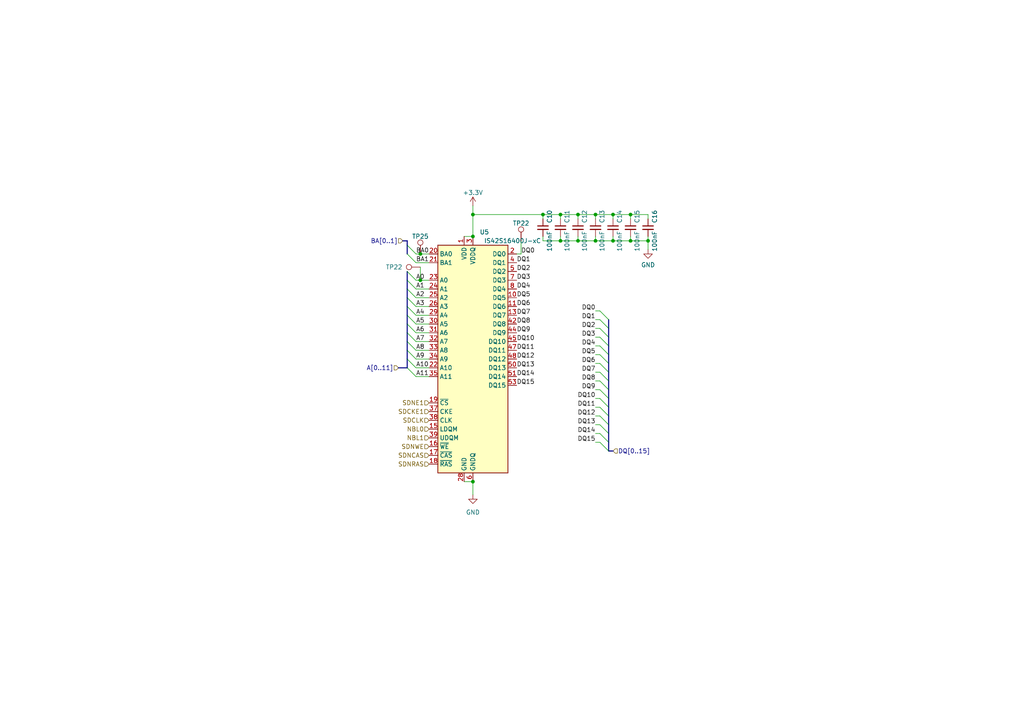
<source format=kicad_sch>
(kicad_sch (version 20230121) (generator eeschema)

  (uuid 99e2b5c8-dad4-451c-af69-49bcbf5f5e42)

  (paper "A4")

  (lib_symbols
    (symbol "Connector:TestPoint" (pin_numbers hide) (pin_names (offset 0.762) hide) (in_bom yes) (on_board yes)
      (property "Reference" "TP" (at 0 6.858 0)
        (effects (font (size 1.27 1.27)))
      )
      (property "Value" "TestPoint" (at 0 5.08 0)
        (effects (font (size 1.27 1.27)))
      )
      (property "Footprint" "" (at 5.08 0 0)
        (effects (font (size 1.27 1.27)) hide)
      )
      (property "Datasheet" "~" (at 5.08 0 0)
        (effects (font (size 1.27 1.27)) hide)
      )
      (property "ki_keywords" "test point tp" (at 0 0 0)
        (effects (font (size 1.27 1.27)) hide)
      )
      (property "ki_description" "test point" (at 0 0 0)
        (effects (font (size 1.27 1.27)) hide)
      )
      (property "ki_fp_filters" "Pin* Test*" (at 0 0 0)
        (effects (font (size 1.27 1.27)) hide)
      )
      (symbol "TestPoint_0_1"
        (circle (center 0 3.302) (radius 0.762)
          (stroke (width 0) (type default))
          (fill (type none))
        )
      )
      (symbol "TestPoint_1_1"
        (pin passive line (at 0 0 90) (length 2.54)
          (name "1" (effects (font (size 1.27 1.27))))
          (number "1" (effects (font (size 1.27 1.27))))
        )
      )
    )
    (symbol "Device:C_Small" (pin_numbers hide) (pin_names (offset 0.254) hide) (in_bom yes) (on_board yes)
      (property "Reference" "C" (at 0.254 1.778 0)
        (effects (font (size 1.27 1.27)) (justify left))
      )
      (property "Value" "C_Small" (at 0.254 -2.032 0)
        (effects (font (size 1.27 1.27)) (justify left))
      )
      (property "Footprint" "" (at 0 0 0)
        (effects (font (size 1.27 1.27)) hide)
      )
      (property "Datasheet" "~" (at 0 0 0)
        (effects (font (size 1.27 1.27)) hide)
      )
      (property "ki_keywords" "capacitor cap" (at 0 0 0)
        (effects (font (size 1.27 1.27)) hide)
      )
      (property "ki_description" "Unpolarized capacitor, small symbol" (at 0 0 0)
        (effects (font (size 1.27 1.27)) hide)
      )
      (property "ki_fp_filters" "C_*" (at 0 0 0)
        (effects (font (size 1.27 1.27)) hide)
      )
      (symbol "C_Small_0_1"
        (polyline
          (pts
            (xy -1.524 -0.508)
            (xy 1.524 -0.508)
          )
          (stroke (width 0.3302) (type default))
          (fill (type none))
        )
        (polyline
          (pts
            (xy -1.524 0.508)
            (xy 1.524 0.508)
          )
          (stroke (width 0.3048) (type default))
          (fill (type none))
        )
      )
      (symbol "C_Small_1_1"
        (pin passive line (at 0 2.54 270) (length 2.032)
          (name "~" (effects (font (size 1.27 1.27))))
          (number "1" (effects (font (size 1.27 1.27))))
        )
        (pin passive line (at 0 -2.54 90) (length 2.032)
          (name "~" (effects (font (size 1.27 1.27))))
          (number "2" (effects (font (size 1.27 1.27))))
        )
      )
    )
    (symbol "Memory_RAM:IS42S16400J-xC" (in_bom yes) (on_board yes)
      (property "Reference" "U" (at -8.89 34.29 0)
        (effects (font (size 1.27 1.27)))
      )
      (property "Value" "IS42S16400J-xC" (at 8.89 34.29 0)
        (effects (font (size 1.27 1.27)))
      )
      (property "Footprint" "Package_SO:TSOP-II-54_22.2x10.16mm_P0.8mm" (at 0 -35.56 0)
        (effects (font (size 1.27 1.27)) hide)
      )
      (property "Datasheet" "http://www.issi.com/WW/pdf/42-45S16400J.pdf" (at -15.24 31.75 0)
        (effects (font (size 1.27 1.27)) hide)
      )
      (property "ki_keywords" "DRAM MEMORY" (at 0 0 0)
        (effects (font (size 1.27 1.27)) hide)
      )
      (property "ki_description" "64Mb Synchronous DRAM, 1 Mb x 16 b x 4 Banks, Cu leadframe plated with matte Sn, TSOP-II-54" (at 0 0 0)
        (effects (font (size 1.27 1.27)) hide)
      )
      (property "ki_fp_filters" "TSOP?II*22.2x10.16mm*P0.8mm*" (at 0 0 0)
        (effects (font (size 1.27 1.27)) hide)
      )
      (symbol "IS42S16400J-xC_1_1"
        (rectangle (start -10.16 33.02) (end 10.16 -33.02)
          (stroke (width 0.254) (type default))
          (fill (type background))
        )
        (pin power_in line (at -2.54 35.56 270) (length 2.54)
          (name "VDD" (effects (font (size 1.27 1.27))))
          (number "1" (effects (font (size 1.27 1.27))))
        )
        (pin bidirectional line (at 12.7 17.78 180) (length 2.54)
          (name "DQ5" (effects (font (size 1.27 1.27))))
          (number "10" (effects (font (size 1.27 1.27))))
        )
        (pin bidirectional line (at 12.7 15.24 180) (length 2.54)
          (name "DQ6" (effects (font (size 1.27 1.27))))
          (number "11" (effects (font (size 1.27 1.27))))
        )
        (pin passive line (at 0 -35.56 90) (length 2.54) hide
          (name "GNDQ" (effects (font (size 1.27 1.27))))
          (number "12" (effects (font (size 1.27 1.27))))
        )
        (pin bidirectional line (at 12.7 12.7 180) (length 2.54)
          (name "DQ7" (effects (font (size 1.27 1.27))))
          (number "13" (effects (font (size 1.27 1.27))))
        )
        (pin passive line (at -2.54 35.56 270) (length 2.54) hide
          (name "VDD" (effects (font (size 1.27 1.27))))
          (number "14" (effects (font (size 1.27 1.27))))
        )
        (pin input line (at -12.7 -20.32 0) (length 2.54)
          (name "LDQM" (effects (font (size 1.27 1.27))))
          (number "15" (effects (font (size 1.27 1.27))))
        )
        (pin input line (at -12.7 -25.4 0) (length 2.54)
          (name "~{WE}" (effects (font (size 1.27 1.27))))
          (number "16" (effects (font (size 1.27 1.27))))
        )
        (pin input line (at -12.7 -27.94 0) (length 2.54)
          (name "~{CAS}" (effects (font (size 1.27 1.27))))
          (number "17" (effects (font (size 1.27 1.27))))
        )
        (pin input line (at -12.7 -30.48 0) (length 2.54)
          (name "~{RAS}" (effects (font (size 1.27 1.27))))
          (number "18" (effects (font (size 1.27 1.27))))
        )
        (pin input line (at -12.7 -12.7 0) (length 2.54)
          (name "~{CS}" (effects (font (size 1.27 1.27))))
          (number "19" (effects (font (size 1.27 1.27))))
        )
        (pin bidirectional line (at 12.7 30.48 180) (length 2.54)
          (name "DQ0" (effects (font (size 1.27 1.27))))
          (number "2" (effects (font (size 1.27 1.27))))
        )
        (pin input line (at -12.7 30.48 0) (length 2.54)
          (name "BA0" (effects (font (size 1.27 1.27))))
          (number "20" (effects (font (size 1.27 1.27))))
        )
        (pin input line (at -12.7 27.94 0) (length 2.54)
          (name "BA1" (effects (font (size 1.27 1.27))))
          (number "21" (effects (font (size 1.27 1.27))))
        )
        (pin input line (at -12.7 -2.54 0) (length 2.54)
          (name "A10" (effects (font (size 1.27 1.27))))
          (number "22" (effects (font (size 1.27 1.27))))
        )
        (pin input line (at -12.7 22.86 0) (length 2.54)
          (name "A0" (effects (font (size 1.27 1.27))))
          (number "23" (effects (font (size 1.27 1.27))))
        )
        (pin input line (at -12.7 20.32 0) (length 2.54)
          (name "A1" (effects (font (size 1.27 1.27))))
          (number "24" (effects (font (size 1.27 1.27))))
        )
        (pin input line (at -12.7 17.78 0) (length 2.54)
          (name "A2" (effects (font (size 1.27 1.27))))
          (number "25" (effects (font (size 1.27 1.27))))
        )
        (pin input line (at -12.7 15.24 0) (length 2.54)
          (name "A3" (effects (font (size 1.27 1.27))))
          (number "26" (effects (font (size 1.27 1.27))))
        )
        (pin passive line (at -2.54 35.56 270) (length 2.54) hide
          (name "VDD" (effects (font (size 1.27 1.27))))
          (number "27" (effects (font (size 1.27 1.27))))
        )
        (pin power_in line (at -2.54 -35.56 90) (length 2.54)
          (name "GND" (effects (font (size 1.27 1.27))))
          (number "28" (effects (font (size 1.27 1.27))))
        )
        (pin input line (at -12.7 12.7 0) (length 2.54)
          (name "A4" (effects (font (size 1.27 1.27))))
          (number "29" (effects (font (size 1.27 1.27))))
        )
        (pin power_in line (at 0 35.56 270) (length 2.54)
          (name "VDDQ" (effects (font (size 1.27 1.27))))
          (number "3" (effects (font (size 1.27 1.27))))
        )
        (pin input line (at -12.7 10.16 0) (length 2.54)
          (name "A5" (effects (font (size 1.27 1.27))))
          (number "30" (effects (font (size 1.27 1.27))))
        )
        (pin input line (at -12.7 7.62 0) (length 2.54)
          (name "A6" (effects (font (size 1.27 1.27))))
          (number "31" (effects (font (size 1.27 1.27))))
        )
        (pin input line (at -12.7 5.08 0) (length 2.54)
          (name "A7" (effects (font (size 1.27 1.27))))
          (number "32" (effects (font (size 1.27 1.27))))
        )
        (pin input line (at -12.7 2.54 0) (length 2.54)
          (name "A8" (effects (font (size 1.27 1.27))))
          (number "33" (effects (font (size 1.27 1.27))))
        )
        (pin input line (at -12.7 0 0) (length 2.54)
          (name "A9" (effects (font (size 1.27 1.27))))
          (number "34" (effects (font (size 1.27 1.27))))
        )
        (pin input line (at -12.7 -5.08 0) (length 2.54)
          (name "A11" (effects (font (size 1.27 1.27))))
          (number "35" (effects (font (size 1.27 1.27))))
        )
        (pin no_connect line (at 10.16 -17.78 180) (length 2.54) hide
          (name "NC" (effects (font (size 1.27 1.27))))
          (number "36" (effects (font (size 1.27 1.27))))
        )
        (pin input line (at -12.7 -15.24 0) (length 2.54)
          (name "CKE" (effects (font (size 1.27 1.27))))
          (number "37" (effects (font (size 1.27 1.27))))
        )
        (pin input line (at -12.7 -17.78 0) (length 2.54)
          (name "CLK" (effects (font (size 1.27 1.27))))
          (number "38" (effects (font (size 1.27 1.27))))
        )
        (pin input line (at -12.7 -22.86 0) (length 2.54)
          (name "UDQM" (effects (font (size 1.27 1.27))))
          (number "39" (effects (font (size 1.27 1.27))))
        )
        (pin bidirectional line (at 12.7 27.94 180) (length 2.54)
          (name "DQ1" (effects (font (size 1.27 1.27))))
          (number "4" (effects (font (size 1.27 1.27))))
        )
        (pin no_connect line (at 10.16 -20.32 180) (length 2.54) hide
          (name "NC" (effects (font (size 1.27 1.27))))
          (number "40" (effects (font (size 1.27 1.27))))
        )
        (pin passive line (at -2.54 -35.56 90) (length 2.54) hide
          (name "GND" (effects (font (size 1.27 1.27))))
          (number "41" (effects (font (size 1.27 1.27))))
        )
        (pin bidirectional line (at 12.7 10.16 180) (length 2.54)
          (name "DQ8" (effects (font (size 1.27 1.27))))
          (number "42" (effects (font (size 1.27 1.27))))
        )
        (pin passive line (at 0 35.56 270) (length 2.54) hide
          (name "VDDQ" (effects (font (size 1.27 1.27))))
          (number "43" (effects (font (size 1.27 1.27))))
        )
        (pin bidirectional line (at 12.7 7.62 180) (length 2.54)
          (name "DQ9" (effects (font (size 1.27 1.27))))
          (number "44" (effects (font (size 1.27 1.27))))
        )
        (pin bidirectional line (at 12.7 5.08 180) (length 2.54)
          (name "DQ10" (effects (font (size 1.27 1.27))))
          (number "45" (effects (font (size 1.27 1.27))))
        )
        (pin passive line (at 0 -35.56 90) (length 2.54) hide
          (name "GNDQ" (effects (font (size 1.27 1.27))))
          (number "46" (effects (font (size 1.27 1.27))))
        )
        (pin bidirectional line (at 12.7 2.54 180) (length 2.54)
          (name "DQ11" (effects (font (size 1.27 1.27))))
          (number "47" (effects (font (size 1.27 1.27))))
        )
        (pin bidirectional line (at 12.7 0 180) (length 2.54)
          (name "DQ12" (effects (font (size 1.27 1.27))))
          (number "48" (effects (font (size 1.27 1.27))))
        )
        (pin passive line (at 0 35.56 270) (length 2.54) hide
          (name "VDDQ" (effects (font (size 1.27 1.27))))
          (number "49" (effects (font (size 1.27 1.27))))
        )
        (pin bidirectional line (at 12.7 25.4 180) (length 2.54)
          (name "DQ2" (effects (font (size 1.27 1.27))))
          (number "5" (effects (font (size 1.27 1.27))))
        )
        (pin bidirectional line (at 12.7 -2.54 180) (length 2.54)
          (name "DQ13" (effects (font (size 1.27 1.27))))
          (number "50" (effects (font (size 1.27 1.27))))
        )
        (pin bidirectional line (at 12.7 -5.08 180) (length 2.54)
          (name "DQ14" (effects (font (size 1.27 1.27))))
          (number "51" (effects (font (size 1.27 1.27))))
        )
        (pin passive line (at 0 -35.56 90) (length 2.54) hide
          (name "GNDQ" (effects (font (size 1.27 1.27))))
          (number "52" (effects (font (size 1.27 1.27))))
        )
        (pin bidirectional line (at 12.7 -7.62 180) (length 2.54)
          (name "DQ15" (effects (font (size 1.27 1.27))))
          (number "53" (effects (font (size 1.27 1.27))))
        )
        (pin passive line (at -2.54 -35.56 90) (length 2.54) hide
          (name "GND" (effects (font (size 1.27 1.27))))
          (number "54" (effects (font (size 1.27 1.27))))
        )
        (pin power_in line (at 0 -35.56 90) (length 2.54)
          (name "GNDQ" (effects (font (size 1.27 1.27))))
          (number "6" (effects (font (size 1.27 1.27))))
        )
        (pin bidirectional line (at 12.7 22.86 180) (length 2.54)
          (name "DQ3" (effects (font (size 1.27 1.27))))
          (number "7" (effects (font (size 1.27 1.27))))
        )
        (pin bidirectional line (at 12.7 20.32 180) (length 2.54)
          (name "DQ4" (effects (font (size 1.27 1.27))))
          (number "8" (effects (font (size 1.27 1.27))))
        )
        (pin passive line (at 0 35.56 270) (length 2.54) hide
          (name "VDDQ" (effects (font (size 1.27 1.27))))
          (number "9" (effects (font (size 1.27 1.27))))
        )
      )
    )
    (symbol "power:+3.3V" (power) (pin_names (offset 0)) (in_bom yes) (on_board yes)
      (property "Reference" "#PWR" (at 0 -3.81 0)
        (effects (font (size 1.27 1.27)) hide)
      )
      (property "Value" "+3.3V" (at 0 3.556 0)
        (effects (font (size 1.27 1.27)))
      )
      (property "Footprint" "" (at 0 0 0)
        (effects (font (size 1.27 1.27)) hide)
      )
      (property "Datasheet" "" (at 0 0 0)
        (effects (font (size 1.27 1.27)) hide)
      )
      (property "ki_keywords" "global power" (at 0 0 0)
        (effects (font (size 1.27 1.27)) hide)
      )
      (property "ki_description" "Power symbol creates a global label with name \"+3.3V\"" (at 0 0 0)
        (effects (font (size 1.27 1.27)) hide)
      )
      (symbol "+3.3V_0_1"
        (polyline
          (pts
            (xy -0.762 1.27)
            (xy 0 2.54)
          )
          (stroke (width 0) (type default))
          (fill (type none))
        )
        (polyline
          (pts
            (xy 0 0)
            (xy 0 2.54)
          )
          (stroke (width 0) (type default))
          (fill (type none))
        )
        (polyline
          (pts
            (xy 0 2.54)
            (xy 0.762 1.27)
          )
          (stroke (width 0) (type default))
          (fill (type none))
        )
      )
      (symbol "+3.3V_1_1"
        (pin power_in line (at 0 0 90) (length 0) hide
          (name "+3.3V" (effects (font (size 1.27 1.27))))
          (number "1" (effects (font (size 1.27 1.27))))
        )
      )
    )
    (symbol "power:GND" (power) (pin_names (offset 0)) (in_bom yes) (on_board yes)
      (property "Reference" "#PWR" (at 0 -6.35 0)
        (effects (font (size 1.27 1.27)) hide)
      )
      (property "Value" "GND" (at 0 -3.81 0)
        (effects (font (size 1.27 1.27)))
      )
      (property "Footprint" "" (at 0 0 0)
        (effects (font (size 1.27 1.27)) hide)
      )
      (property "Datasheet" "" (at 0 0 0)
        (effects (font (size 1.27 1.27)) hide)
      )
      (property "ki_keywords" "global power" (at 0 0 0)
        (effects (font (size 1.27 1.27)) hide)
      )
      (property "ki_description" "Power symbol creates a global label with name \"GND\" , ground" (at 0 0 0)
        (effects (font (size 1.27 1.27)) hide)
      )
      (symbol "GND_0_1"
        (polyline
          (pts
            (xy 0 0)
            (xy 0 -1.27)
            (xy 1.27 -1.27)
            (xy 0 -2.54)
            (xy -1.27 -1.27)
            (xy 0 -1.27)
          )
          (stroke (width 0) (type default))
          (fill (type none))
        )
      )
      (symbol "GND_1_1"
        (pin power_in line (at 0 0 270) (length 0) hide
          (name "GND" (effects (font (size 1.27 1.27))))
          (number "1" (effects (font (size 1.27 1.27))))
        )
      )
    )
  )

  (junction (at 182.88 62.23) (diameter 0) (color 0 0 0 0)
    (uuid 09f3c3c4-19a9-4bcb-817a-6738f8e3db1c)
  )
  (junction (at 167.64 62.23) (diameter 0) (color 0 0 0 0)
    (uuid 164ca8e1-1335-43b4-a59f-4fc694fcfdca)
  )
  (junction (at 121.92 81.28) (diameter 0) (color 0 0 0 0)
    (uuid 190ccc81-3d44-41c6-a49e-c63cfb5924f0)
  )
  (junction (at 182.88 69.85) (diameter 0) (color 0 0 0 0)
    (uuid 1cc3caa1-b63b-4805-a19d-e4c5299fc6f6)
  )
  (junction (at 167.64 69.85) (diameter 0) (color 0 0 0 0)
    (uuid 20a1cc56-7a68-497b-8d1a-c60be3b5bee9)
  )
  (junction (at 137.16 68.58) (diameter 0) (color 0 0 0 0)
    (uuid 239236aa-e2ab-465a-bf62-6fc5bddd9547)
  )
  (junction (at 187.96 69.85) (diameter 0) (color 0 0 0 0)
    (uuid 2f79ce96-21dc-4232-b6a5-65dc7d596e91)
  )
  (junction (at 137.16 62.23) (diameter 0) (color 0 0 0 0)
    (uuid 36e8ca99-893e-439e-840b-7c9222a06fd1)
  )
  (junction (at 162.56 69.85) (diameter 0) (color 0 0 0 0)
    (uuid 649cc69a-97aa-4deb-91ba-aa93990636df)
  )
  (junction (at 177.8 62.23) (diameter 0) (color 0 0 0 0)
    (uuid 82ae5591-e209-4d57-89d4-e8256c3caa3c)
  )
  (junction (at 157.48 62.23) (diameter 0) (color 0 0 0 0)
    (uuid 82ca08fa-8c9e-4c20-a85b-fbc08a64f9c8)
  )
  (junction (at 172.72 62.23) (diameter 0) (color 0 0 0 0)
    (uuid 91412be0-e05b-47c1-ac4e-5814041cad29)
  )
  (junction (at 177.8 69.85) (diameter 0) (color 0 0 0 0)
    (uuid a0ca0fe5-3080-46b2-9d11-26db877e601e)
  )
  (junction (at 162.56 62.23) (diameter 0) (color 0 0 0 0)
    (uuid bf4bcb31-7d7a-4b83-bccb-d96f58fa591f)
  )
  (junction (at 121.92 73.66) (diameter 0) (color 0 0 0 0)
    (uuid ce0307a7-3fc9-467f-b4c0-f9e822fd7c6a)
  )
  (junction (at 137.16 139.7) (diameter 0) (color 0 0 0 0)
    (uuid f3c924d9-c6be-4637-988f-e9d1d3f0cc29)
  )
  (junction (at 172.72 69.85) (diameter 0) (color 0 0 0 0)
    (uuid f6ce40bf-1c10-4623-b7d6-aaf64e20993d)
  )

  (bus_entry (at 118.11 96.52) (size 2.54 2.54)
    (stroke (width 0) (type default))
    (uuid 173e129c-e30d-4f30-ae8d-4cbc0a1157fd)
  )
  (bus_entry (at 118.11 86.36) (size 2.54 2.54)
    (stroke (width 0) (type default))
    (uuid 2ead5ecd-0446-4037-851e-80a30f0ff783)
  )
  (bus_entry (at 173.99 123.19) (size 2.54 2.54)
    (stroke (width 0) (type default))
    (uuid 316bbf06-0c86-43ba-b88f-6b6502be0885)
  )
  (bus_entry (at 173.99 107.95) (size 2.54 2.54)
    (stroke (width 0) (type default))
    (uuid 3ba97a71-a28e-4005-b967-aa5134efcfa1)
  )
  (bus_entry (at 118.11 93.98) (size 2.54 2.54)
    (stroke (width 0) (type default))
    (uuid 3d06615c-fd0c-495e-9331-bdaddbf41f41)
  )
  (bus_entry (at 118.11 73.66) (size 2.54 2.54)
    (stroke (width 0) (type default))
    (uuid 45cface1-2432-4096-be5a-f3163e1e6bdf)
  )
  (bus_entry (at 173.99 118.11) (size 2.54 2.54)
    (stroke (width 0) (type default))
    (uuid 46c5105c-fa90-4f70-a171-d600a2c3ee72)
  )
  (bus_entry (at 173.99 110.49) (size 2.54 2.54)
    (stroke (width 0) (type default))
    (uuid 4e5e136a-2923-46b5-927c-c1d504e7fa2d)
  )
  (bus_entry (at 173.99 120.65) (size 2.54 2.54)
    (stroke (width 0) (type default))
    (uuid 4ff14cd8-c0a1-49d8-b5f9-4ddfe250c495)
  )
  (bus_entry (at 118.11 71.12) (size 2.54 2.54)
    (stroke (width 0) (type default))
    (uuid 6a4b4bce-e5e4-4594-ada1-a2b3f29b9032)
  )
  (bus_entry (at 173.99 97.79) (size 2.54 2.54)
    (stroke (width 0) (type default))
    (uuid 6bcc8567-058e-4df8-8cd0-04b1560656ef)
  )
  (bus_entry (at 118.11 88.9) (size 2.54 2.54)
    (stroke (width 0) (type default))
    (uuid 6bfcfecc-67c6-438b-94a2-d398c816268c)
  )
  (bus_entry (at 173.99 90.17) (size 2.54 2.54)
    (stroke (width 0) (type default))
    (uuid 6f73ed07-ff9a-45a2-8ff6-6a51f64e61a4)
  )
  (bus_entry (at 118.11 99.06) (size 2.54 2.54)
    (stroke (width 0) (type default))
    (uuid 770dab03-2f2f-46e6-9c5e-bf4815b6c44d)
  )
  (bus_entry (at 118.11 78.74) (size 2.54 2.54)
    (stroke (width 0) (type default))
    (uuid 7eb06ef3-adcc-4815-b53c-47aff6064d03)
  )
  (bus_entry (at 173.99 128.27) (size 2.54 2.54)
    (stroke (width 0) (type default))
    (uuid 83c7dbe0-643b-40a8-8801-06dc04dd5e05)
  )
  (bus_entry (at 173.99 95.25) (size 2.54 2.54)
    (stroke (width 0) (type default))
    (uuid 871e3e88-cea2-4770-87f0-a3356eb78b9c)
  )
  (bus_entry (at 173.99 125.73) (size 2.54 2.54)
    (stroke (width 0) (type default))
    (uuid 90dd305a-b5c0-4ee7-a73e-cec46e75719f)
  )
  (bus_entry (at 118.11 101.6) (size 2.54 2.54)
    (stroke (width 0) (type default))
    (uuid 93a9071b-9533-4fb4-9ff2-35699cdaeb1c)
  )
  (bus_entry (at 173.99 100.33) (size 2.54 2.54)
    (stroke (width 0) (type default))
    (uuid a48b0e92-eedc-4b64-8581-516e04485480)
  )
  (bus_entry (at 118.11 104.14) (size 2.54 2.54)
    (stroke (width 0) (type default))
    (uuid aa41df65-3f04-44fd-bdf2-5bdc29fa0291)
  )
  (bus_entry (at 118.11 91.44) (size 2.54 2.54)
    (stroke (width 0) (type default))
    (uuid aa641457-6af4-4de7-a440-de1fa7d7f498)
  )
  (bus_entry (at 173.99 92.71) (size 2.54 2.54)
    (stroke (width 0) (type default))
    (uuid b293f809-f894-44d1-b76f-c7a3a2e92c7f)
  )
  (bus_entry (at 173.99 105.41) (size 2.54 2.54)
    (stroke (width 0) (type default))
    (uuid bdfd212d-1494-4f88-b2be-882fafe624e3)
  )
  (bus_entry (at 118.11 106.68) (size 2.54 2.54)
    (stroke (width 0) (type default))
    (uuid c70a7957-fda5-4333-9936-676b7e3a2aab)
  )
  (bus_entry (at 173.99 113.03) (size 2.54 2.54)
    (stroke (width 0) (type default))
    (uuid d3784297-f5da-4d36-8aa2-ea1543a93ce4)
  )
  (bus_entry (at 118.11 83.82) (size 2.54 2.54)
    (stroke (width 0) (type default))
    (uuid d65a7f59-29ec-4425-aa26-446e1251f18b)
  )
  (bus_entry (at 173.99 102.87) (size 2.54 2.54)
    (stroke (width 0) (type default))
    (uuid ec3b935e-dd33-4a14-9c3d-83d629100994)
  )
  (bus_entry (at 173.99 115.57) (size 2.54 2.54)
    (stroke (width 0) (type default))
    (uuid f3325224-9f86-4d9d-84a1-858bed89b8d9)
  )
  (bus_entry (at 118.11 81.28) (size 2.54 2.54)
    (stroke (width 0) (type default))
    (uuid f7a2bf43-5db4-4cc7-aeb5-6a6b0c74b466)
  )

  (bus (pts (xy 176.53 115.57) (xy 176.53 118.11))
    (stroke (width 0) (type default))
    (uuid 02073d1c-4927-4e94-b2d3-46b97e12f2ce)
  )
  (bus (pts (xy 118.11 106.68) (xy 118.11 104.14))
    (stroke (width 0) (type default))
    (uuid 03ab9fa5-8788-4c7b-b21f-de5a06dfcf8e)
  )

  (wire (pts (xy 121.92 73.66) (xy 124.46 73.66))
    (stroke (width 0) (type default))
    (uuid 0bf007ff-0a43-49ef-84cf-333231b8043b)
  )
  (wire (pts (xy 172.72 115.57) (xy 173.99 115.57))
    (stroke (width 0) (type default))
    (uuid 10a63425-d7d4-40db-8598-881d42a2739e)
  )
  (wire (pts (xy 121.92 81.28) (xy 124.46 81.28))
    (stroke (width 0) (type default))
    (uuid 151ec8e6-9813-4e11-808d-224a827fb880)
  )
  (wire (pts (xy 120.65 96.52) (xy 124.46 96.52))
    (stroke (width 0) (type default))
    (uuid 16508292-346d-4d85-ab10-a2809796d783)
  )
  (bus (pts (xy 176.53 123.19) (xy 176.53 125.73))
    (stroke (width 0) (type default))
    (uuid 1894d5c4-6863-4176-9c60-832bbbc1b813)
  )
  (bus (pts (xy 176.53 100.33) (xy 176.53 102.87))
    (stroke (width 0) (type default))
    (uuid 193713b6-2c68-44ce-ab94-4bfc0074492e)
  )

  (wire (pts (xy 172.72 95.25) (xy 173.99 95.25))
    (stroke (width 0) (type default))
    (uuid 1a7d287c-b82d-4de4-b71a-c45306a8f4f3)
  )
  (wire (pts (xy 187.96 69.85) (xy 187.96 72.39))
    (stroke (width 0) (type default))
    (uuid 1c6c7112-fbb1-40cd-b671-8009c7db2dde)
  )
  (wire (pts (xy 167.64 69.85) (xy 172.72 69.85))
    (stroke (width 0) (type default))
    (uuid 1fcd4a13-cf84-4a8e-ab9a-62615016831a)
  )
  (bus (pts (xy 118.11 96.52) (xy 118.11 93.98))
    (stroke (width 0) (type default))
    (uuid 223a34cd-0f27-4816-9691-992a1a0b3c9a)
  )

  (wire (pts (xy 182.88 69.85) (xy 187.96 69.85))
    (stroke (width 0) (type default))
    (uuid 22ffecde-fa36-44f0-8bd3-b08385877b3e)
  )
  (wire (pts (xy 172.72 110.49) (xy 173.99 110.49))
    (stroke (width 0) (type default))
    (uuid 2444f041-166f-4868-bb4d-5c246462ecc4)
  )
  (wire (pts (xy 162.56 62.23) (xy 167.64 62.23))
    (stroke (width 0) (type default))
    (uuid 27e447d3-526e-41c8-8431-bc15b9de0344)
  )
  (wire (pts (xy 134.62 139.7) (xy 137.16 139.7))
    (stroke (width 0) (type default))
    (uuid 299dd36e-7e28-4aa3-952c-b5dbfdc151cc)
  )
  (wire (pts (xy 162.56 68.58) (xy 162.56 69.85))
    (stroke (width 0) (type default))
    (uuid 2b6fc62d-9cf7-4f0b-8074-40dfdd2e640b)
  )
  (bus (pts (xy 176.53 125.73) (xy 176.53 128.27))
    (stroke (width 0) (type default))
    (uuid 2d783da2-6680-4880-a356-35c3faf56dfb)
  )

  (wire (pts (xy 120.65 99.06) (xy 124.46 99.06))
    (stroke (width 0) (type default))
    (uuid 2d999318-223e-4576-8776-ae7faaae33b6)
  )
  (wire (pts (xy 121.92 77.47) (xy 121.92 81.28))
    (stroke (width 0) (type default))
    (uuid 3097f929-98ce-4135-9d47-6a843000bb4f)
  )
  (wire (pts (xy 120.65 104.14) (xy 124.46 104.14))
    (stroke (width 0) (type default))
    (uuid 30e6e783-2973-47bd-8919-008de9745a43)
  )
  (bus (pts (xy 118.11 78.74) (xy 118.11 81.28))
    (stroke (width 0) (type default))
    (uuid 31ffc281-5f58-4ca0-99ac-f03ba447a407)
  )

  (wire (pts (xy 167.64 62.23) (xy 167.64 63.5))
    (stroke (width 0) (type default))
    (uuid 3327bc5d-b3c6-480f-8bf5-8ec86f5c118f)
  )
  (wire (pts (xy 137.16 139.7) (xy 137.16 143.51))
    (stroke (width 0) (type default))
    (uuid 335e9e7a-7c4d-47cc-a4ba-3e6e4dcfb8ad)
  )
  (wire (pts (xy 172.72 62.23) (xy 172.72 63.5))
    (stroke (width 0) (type default))
    (uuid 382a1d6b-02ac-42f1-9d26-1180c70f769e)
  )
  (wire (pts (xy 172.72 118.11) (xy 173.99 118.11))
    (stroke (width 0) (type default))
    (uuid 388d6335-9712-4a82-b7a3-e94fe2cf9cc8)
  )
  (wire (pts (xy 187.96 63.5) (xy 187.96 62.23))
    (stroke (width 0) (type default))
    (uuid 3964d930-d75c-4b18-aa97-fa9642f18a8e)
  )
  (bus (pts (xy 176.53 130.81) (xy 177.8 130.81))
    (stroke (width 0) (type default))
    (uuid 397996e3-168a-4777-9773-ea50ad8f3432)
  )
  (bus (pts (xy 176.53 107.95) (xy 176.53 110.49))
    (stroke (width 0) (type default))
    (uuid 3a81ade7-3c62-4f1c-8f93-432a36a29b3c)
  )

  (wire (pts (xy 167.64 62.23) (xy 172.72 62.23))
    (stroke (width 0) (type default))
    (uuid 3c1e5a84-90cb-4f89-9735-f91a9180f97b)
  )
  (wire (pts (xy 120.65 73.66) (xy 121.92 73.66))
    (stroke (width 0) (type default))
    (uuid 3db14ed9-e6b3-4ae0-8d42-dc2dcea22a2c)
  )
  (wire (pts (xy 137.16 62.23) (xy 157.48 62.23))
    (stroke (width 0) (type default))
    (uuid 3e700c66-95d7-4a8c-92b2-fdc42464285d)
  )
  (bus (pts (xy 118.11 99.06) (xy 118.11 96.52))
    (stroke (width 0) (type default))
    (uuid 4232aa49-8efe-40ef-82a1-5f4cbef20d41)
  )

  (wire (pts (xy 120.65 83.82) (xy 124.46 83.82))
    (stroke (width 0) (type default))
    (uuid 43dc4a7a-33d6-4d38-8983-5f9da9302a11)
  )
  (wire (pts (xy 187.96 62.23) (xy 182.88 62.23))
    (stroke (width 0) (type default))
    (uuid 4ccfaa2b-87b3-4a15-8b7b-2d35cdf043a4)
  )
  (wire (pts (xy 172.72 69.85) (xy 177.8 69.85))
    (stroke (width 0) (type default))
    (uuid 4d2cba65-8678-480d-96c0-03d3e40c749d)
  )
  (wire (pts (xy 182.88 69.85) (xy 182.88 68.58))
    (stroke (width 0) (type default))
    (uuid 527f1741-2e32-4da8-8ee5-8b1fde598e78)
  )
  (bus (pts (xy 176.53 92.71) (xy 176.53 95.25))
    (stroke (width 0) (type default))
    (uuid 52994a1e-146e-4b01-b8f8-b94440346c93)
  )

  (wire (pts (xy 172.72 113.03) (xy 173.99 113.03))
    (stroke (width 0) (type default))
    (uuid 54ccfdcd-f6d1-4fc0-a9eb-797e153e78e9)
  )
  (wire (pts (xy 120.65 109.22) (xy 124.46 109.22))
    (stroke (width 0) (type default))
    (uuid 59e1e483-ef1e-4d42-b4fd-2839f7e07c6a)
  )
  (wire (pts (xy 172.72 123.19) (xy 173.99 123.19))
    (stroke (width 0) (type default))
    (uuid 59efef64-f5be-4f75-9fa4-ac531633efbe)
  )
  (bus (pts (xy 176.53 113.03) (xy 176.53 115.57))
    (stroke (width 0) (type default))
    (uuid 5a52b20f-e53c-4050-959c-b364a63e97e0)
  )

  (wire (pts (xy 177.8 68.58) (xy 177.8 69.85))
    (stroke (width 0) (type default))
    (uuid 60102ac7-bb40-443b-8607-2d7487479d83)
  )
  (wire (pts (xy 134.62 68.58) (xy 137.16 68.58))
    (stroke (width 0) (type default))
    (uuid 610413a8-b94c-4643-bd55-32002d44bdb7)
  )
  (bus (pts (xy 118.11 86.36) (xy 118.11 83.82))
    (stroke (width 0) (type default))
    (uuid 6364f12d-c9b0-4326-87d3-8fa1bcf1dfba)
  )

  (wire (pts (xy 187.96 68.58) (xy 187.96 69.85))
    (stroke (width 0) (type default))
    (uuid 63abb4cd-fdde-4aed-ac5a-8822e824a49e)
  )
  (bus (pts (xy 118.11 71.12) (xy 118.11 69.85))
    (stroke (width 0) (type default))
    (uuid 67dbb5fc-13b2-4e19-ba9b-219c56f184c9)
  )

  (wire (pts (xy 151.13 73.66) (xy 149.86 73.66))
    (stroke (width 0) (type default))
    (uuid 728cf4d3-b1c3-493c-a8f7-6610cef030d6)
  )
  (wire (pts (xy 137.16 62.23) (xy 137.16 68.58))
    (stroke (width 0) (type default))
    (uuid 77e60a88-d874-4be1-9d49-f54892bbc532)
  )
  (bus (pts (xy 118.11 91.44) (xy 118.11 88.9))
    (stroke (width 0) (type default))
    (uuid 78775d14-9eec-4656-810a-b6da35a5daf3)
  )

  (wire (pts (xy 157.48 68.58) (xy 157.48 69.85))
    (stroke (width 0) (type default))
    (uuid 79ed00b1-dd5a-43ad-add9-9a923d67e6b1)
  )
  (wire (pts (xy 172.72 97.79) (xy 173.99 97.79))
    (stroke (width 0) (type default))
    (uuid 7c8654d4-3379-461d-a4fd-6ecfd1630337)
  )
  (wire (pts (xy 120.65 81.28) (xy 121.92 81.28))
    (stroke (width 0) (type default))
    (uuid 7d401fd7-d6db-4588-8df9-d94b3087fa25)
  )
  (wire (pts (xy 137.16 59.69) (xy 137.16 62.23))
    (stroke (width 0) (type default))
    (uuid 7fc4fe20-89a1-4633-b4ec-d80adda15f91)
  )
  (wire (pts (xy 172.72 120.65) (xy 173.99 120.65))
    (stroke (width 0) (type default))
    (uuid 80f5511d-984c-4dce-b650-854d06dec1b7)
  )
  (wire (pts (xy 151.13 69.85) (xy 151.13 73.66))
    (stroke (width 0) (type default))
    (uuid 811bcd7d-108d-4af9-8181-d7d42035e5b5)
  )
  (wire (pts (xy 172.72 102.87) (xy 173.99 102.87))
    (stroke (width 0) (type default))
    (uuid 839324e6-b945-4514-8b9a-66e2162a99f8)
  )
  (wire (pts (xy 172.72 92.71) (xy 173.99 92.71))
    (stroke (width 0) (type default))
    (uuid 83e3df11-c85b-462f-98b4-5eb58bbad187)
  )
  (bus (pts (xy 116.84 69.85) (xy 118.11 69.85))
    (stroke (width 0) (type default))
    (uuid 87ae08d6-fb2c-4d8c-9fa2-2ba04aec1f35)
  )

  (wire (pts (xy 120.65 86.36) (xy 124.46 86.36))
    (stroke (width 0) (type default))
    (uuid 8830aff4-79b3-45c0-8fb8-6897d82a148a)
  )
  (bus (pts (xy 176.53 97.79) (xy 176.53 100.33))
    (stroke (width 0) (type default))
    (uuid 88af0fbc-6f06-4b67-bb27-b9ead99b55d0)
  )

  (wire (pts (xy 157.48 69.85) (xy 162.56 69.85))
    (stroke (width 0) (type default))
    (uuid 948ed17f-31a7-4403-a9c7-6a7ebf9c7da0)
  )
  (wire (pts (xy 167.64 68.58) (xy 167.64 69.85))
    (stroke (width 0) (type default))
    (uuid 99b7b7ee-6e67-4534-8ef7-8835177bb75f)
  )
  (wire (pts (xy 172.72 90.17) (xy 173.99 90.17))
    (stroke (width 0) (type default))
    (uuid 9e19d902-9df9-4948-8d74-9e2b0822a78b)
  )
  (wire (pts (xy 172.72 100.33) (xy 173.99 100.33))
    (stroke (width 0) (type default))
    (uuid 9efb1eae-6bc0-4faf-a8fe-74d563091cb0)
  )
  (wire (pts (xy 172.72 128.27) (xy 173.99 128.27))
    (stroke (width 0) (type default))
    (uuid a035745f-79ae-4851-bc42-be01f8f5bd82)
  )
  (wire (pts (xy 177.8 62.23) (xy 177.8 63.5))
    (stroke (width 0) (type default))
    (uuid a1a18ae7-044b-4086-a34c-0cc247855c71)
  )
  (wire (pts (xy 162.56 62.23) (xy 162.56 63.5))
    (stroke (width 0) (type default))
    (uuid a56edc3c-8bcb-47bf-a7ef-8e143c0d97f3)
  )
  (bus (pts (xy 118.11 93.98) (xy 118.11 91.44))
    (stroke (width 0) (type default))
    (uuid a8fdf522-d794-4bc3-a9c3-1e15d67cae79)
  )
  (bus (pts (xy 176.53 118.11) (xy 176.53 120.65))
    (stroke (width 0) (type default))
    (uuid abd0ec1d-921a-4f28-b705-63530a2e9c80)
  )
  (bus (pts (xy 118.11 73.66) (xy 118.11 71.12))
    (stroke (width 0) (type default))
    (uuid af5b8184-1e52-4174-a486-779758859078)
  )

  (wire (pts (xy 177.8 69.85) (xy 182.88 69.85))
    (stroke (width 0) (type default))
    (uuid b40cd2ed-9bc3-4d7f-998c-99fb70d5a167)
  )
  (bus (pts (xy 118.11 104.14) (xy 118.11 101.6))
    (stroke (width 0) (type default))
    (uuid b46a9951-a18c-4d0e-b90d-0969e4316a3b)
  )

  (wire (pts (xy 120.65 106.68) (xy 124.46 106.68))
    (stroke (width 0) (type default))
    (uuid b6f4be8d-07ba-4c79-b4f3-fa19bfa397de)
  )
  (bus (pts (xy 176.53 110.49) (xy 176.53 113.03))
    (stroke (width 0) (type default))
    (uuid b795a375-5b26-48d0-a1bb-66f8c63cd354)
  )

  (wire (pts (xy 182.88 63.5) (xy 182.88 62.23))
    (stroke (width 0) (type default))
    (uuid bc6eca38-85ec-4b23-8080-768e882ae9f1)
  )
  (bus (pts (xy 176.53 95.25) (xy 176.53 97.79))
    (stroke (width 0) (type default))
    (uuid bd6beefe-7d11-48c9-9470-1c3d7e7ce27b)
  )

  (wire (pts (xy 172.72 125.73) (xy 173.99 125.73))
    (stroke (width 0) (type default))
    (uuid c1046300-d354-4e0a-8e60-4e188074268a)
  )
  (wire (pts (xy 162.56 69.85) (xy 167.64 69.85))
    (stroke (width 0) (type default))
    (uuid c542704c-8051-437e-b4fc-fea7830a88a0)
  )
  (wire (pts (xy 120.65 101.6) (xy 124.46 101.6))
    (stroke (width 0) (type default))
    (uuid c6cd4122-8814-4dbb-ba21-4eef4e790ded)
  )
  (wire (pts (xy 172.72 62.23) (xy 177.8 62.23))
    (stroke (width 0) (type default))
    (uuid cb9a9401-91a3-463a-a246-94a8327eba84)
  )
  (wire (pts (xy 157.48 62.23) (xy 162.56 62.23))
    (stroke (width 0) (type default))
    (uuid cbb69a6c-9053-45ae-84ec-2cbc6b0a0509)
  )
  (bus (pts (xy 118.11 101.6) (xy 118.11 99.06))
    (stroke (width 0) (type default))
    (uuid d0734b11-cc47-46bb-8d1f-5c4bc05fa259)
  )
  (bus (pts (xy 115.57 106.68) (xy 118.11 106.68))
    (stroke (width 0) (type default))
    (uuid d6ec57f3-bab3-4a8b-a9e9-3dec746d9bcd)
  )

  (wire (pts (xy 120.65 93.98) (xy 124.46 93.98))
    (stroke (width 0) (type default))
    (uuid d8a694c4-2a0f-4671-a983-ed0bfbf62e34)
  )
  (wire (pts (xy 157.48 62.23) (xy 157.48 63.5))
    (stroke (width 0) (type default))
    (uuid d96f76dd-120e-442b-9f8b-98d75ff0d4e4)
  )
  (wire (pts (xy 177.8 62.23) (xy 182.88 62.23))
    (stroke (width 0) (type default))
    (uuid da1d8147-db15-4228-91b3-f1800a54373d)
  )
  (wire (pts (xy 172.72 105.41) (xy 173.99 105.41))
    (stroke (width 0) (type default))
    (uuid de7e2979-e432-49df-a1bf-be3ccdb93167)
  )
  (bus (pts (xy 176.53 120.65) (xy 176.53 123.19))
    (stroke (width 0) (type default))
    (uuid df7f0c2f-36dd-4e86-90c1-800b864af4d3)
  )
  (bus (pts (xy 118.11 88.9) (xy 118.11 86.36))
    (stroke (width 0) (type default))
    (uuid e4af965d-292c-4583-8ecc-847187558df3)
  )
  (bus (pts (xy 176.53 128.27) (xy 176.53 130.81))
    (stroke (width 0) (type default))
    (uuid ea22329b-7eb9-48e7-af90-11199bffe6b0)
  )

  (wire (pts (xy 172.72 68.58) (xy 172.72 69.85))
    (stroke (width 0) (type default))
    (uuid ed5e48b5-ef05-4ca1-a254-7141ead8eae0)
  )
  (bus (pts (xy 176.53 105.41) (xy 176.53 107.95))
    (stroke (width 0) (type default))
    (uuid ef4e53f9-1631-4536-91b5-3f9d8d4491d4)
  )

  (wire (pts (xy 172.72 107.95) (xy 173.99 107.95))
    (stroke (width 0) (type default))
    (uuid f05e4bf7-56f0-4823-b493-48460b78fe53)
  )
  (wire (pts (xy 120.65 91.44) (xy 124.46 91.44))
    (stroke (width 0) (type default))
    (uuid f60406c8-7738-4031-9e05-c0b684fcf2da)
  )
  (wire (pts (xy 120.65 88.9) (xy 124.46 88.9))
    (stroke (width 0) (type default))
    (uuid f622260b-e110-4954-ace7-17dca3e5adec)
  )
  (wire (pts (xy 120.65 76.2) (xy 124.46 76.2))
    (stroke (width 0) (type default))
    (uuid fa35e55d-e7b2-420a-9e98-f06d789e6e8b)
  )
  (bus (pts (xy 176.53 102.87) (xy 176.53 105.41))
    (stroke (width 0) (type default))
    (uuid fa9771e6-90eb-4541-87fa-c8f527da5647)
  )
  (bus (pts (xy 118.11 83.82) (xy 118.11 81.28))
    (stroke (width 0) (type default))
    (uuid fd9db008-d17a-4091-a568-beb9a6846316)
  )

  (label "A10" (at 120.65 106.68 0) (fields_autoplaced)
    (effects (font (size 1.27 1.27)) (justify left bottom))
    (uuid 0f237586-a769-4f5a-9c64-75ce1bcbfdbc)
  )
  (label "DQ0" (at 172.72 90.17 180) (fields_autoplaced)
    (effects (font (size 1.27 1.27)) (justify right bottom))
    (uuid 112b04ea-38a0-49ef-86b2-6efc3bb84ae5)
  )
  (label "A3" (at 120.65 88.9 0) (fields_autoplaced)
    (effects (font (size 1.27 1.27)) (justify left bottom))
    (uuid 16eb37dd-5709-47a4-b455-7808a2faefd4)
  )
  (label "DQ14" (at 149.86 109.22 0) (fields_autoplaced)
    (effects (font (size 1.27 1.27)) (justify left bottom))
    (uuid 1ebaa5a6-ed8e-4df2-aaeb-aa36268923c2)
  )
  (label "DQ8" (at 172.72 110.49 180) (fields_autoplaced)
    (effects (font (size 1.27 1.27)) (justify right bottom))
    (uuid 23941cf4-0a37-4c45-b2f3-c94efd47e8be)
  )
  (label "A7" (at 120.65 99.06 0) (fields_autoplaced)
    (effects (font (size 1.27 1.27)) (justify left bottom))
    (uuid 281e823b-8630-4e4d-90f3-b16d2bd566be)
  )
  (label "DQ5" (at 149.86 86.36 0) (fields_autoplaced)
    (effects (font (size 1.27 1.27)) (justify left bottom))
    (uuid 28e67431-6aa3-429e-ac68-203e4e0901ea)
  )
  (label "DQ6" (at 172.72 105.41 180) (fields_autoplaced)
    (effects (font (size 1.27 1.27)) (justify right bottom))
    (uuid 2c4ddab5-246d-4f44-9aef-f378d9fb507b)
  )
  (label "DQ0" (at 151.13 73.66 0) (fields_autoplaced)
    (effects (font (size 1.27 1.27)) (justify left bottom))
    (uuid 2ce4efa5-18f3-4f3f-bce4-fd941ace55c5)
  )
  (label "DQ11" (at 149.86 101.6 0) (fields_autoplaced)
    (effects (font (size 1.27 1.27)) (justify left bottom))
    (uuid 310f6b0a-2f4e-4fc6-a233-33ef35f25f30)
  )
  (label "DQ10" (at 172.72 115.57 180) (fields_autoplaced)
    (effects (font (size 1.27 1.27)) (justify right bottom))
    (uuid 3350d400-cfee-42dc-a877-16c8e9270b8d)
  )
  (label "DQ1" (at 149.86 76.2 0) (fields_autoplaced)
    (effects (font (size 1.27 1.27)) (justify left bottom))
    (uuid 3871f064-a070-44cb-9346-73d561e7c339)
  )
  (label "DQ7" (at 149.86 91.44 0) (fields_autoplaced)
    (effects (font (size 1.27 1.27)) (justify left bottom))
    (uuid 3a23dd77-eb0a-406c-a5c4-675757815be0)
  )
  (label "A8" (at 120.65 101.6 0) (fields_autoplaced)
    (effects (font (size 1.27 1.27)) (justify left bottom))
    (uuid 3b2d225a-88e2-428f-886f-afc8497acd38)
  )
  (label "DQ10" (at 149.86 99.06 0) (fields_autoplaced)
    (effects (font (size 1.27 1.27)) (justify left bottom))
    (uuid 4271c393-ff43-4ec0-aafa-e48e46ab6372)
  )
  (label "DQ3" (at 172.72 97.79 180) (fields_autoplaced)
    (effects (font (size 1.27 1.27)) (justify right bottom))
    (uuid 449683fc-f322-4c5a-b262-56a198ce6912)
  )
  (label "A1" (at 120.65 83.82 0) (fields_autoplaced)
    (effects (font (size 1.27 1.27)) (justify left bottom))
    (uuid 47a888e5-e67e-4ac1-aef4-9502f1b49991)
  )
  (label "DQ12" (at 172.72 120.65 180) (fields_autoplaced)
    (effects (font (size 1.27 1.27)) (justify right bottom))
    (uuid 47f164ef-4383-40ad-ab06-b8c91312ec23)
  )
  (label "A9" (at 120.65 104.14 0) (fields_autoplaced)
    (effects (font (size 1.27 1.27)) (justify left bottom))
    (uuid 4d39ca73-5eca-453b-9b9d-927e7587b7d8)
  )
  (label "DQ4" (at 149.86 83.82 0) (fields_autoplaced)
    (effects (font (size 1.27 1.27)) (justify left bottom))
    (uuid 516227b5-5144-46a8-929f-ac416fb99101)
  )
  (label "A2" (at 120.65 86.36 0) (fields_autoplaced)
    (effects (font (size 1.27 1.27)) (justify left bottom))
    (uuid 597d88f2-e163-4a3e-acb6-1ff35ccfb09f)
  )
  (label "A0" (at 120.65 81.28 0) (fields_autoplaced)
    (effects (font (size 1.27 1.27)) (justify left bottom))
    (uuid 5c029bd4-67b3-4d31-a5ce-468e8c458b62)
  )
  (label "A6" (at 120.65 96.52 0) (fields_autoplaced)
    (effects (font (size 1.27 1.27)) (justify left bottom))
    (uuid 63227105-e076-4e65-a30e-cb6dfa19cb68)
  )
  (label "DQ8" (at 149.86 93.98 0) (fields_autoplaced)
    (effects (font (size 1.27 1.27)) (justify left bottom))
    (uuid 63e8f088-0d7a-4708-a277-c2df28a15894)
  )
  (label "DQ5" (at 172.72 102.87 180) (fields_autoplaced)
    (effects (font (size 1.27 1.27)) (justify right bottom))
    (uuid 70da2778-fdcb-4d53-a15c-aca62029f31f)
  )
  (label "DQ13" (at 149.86 106.68 0) (fields_autoplaced)
    (effects (font (size 1.27 1.27)) (justify left bottom))
    (uuid 7411f06e-78c3-4c96-ad7e-d57a718c78d8)
  )
  (label "DQ2" (at 172.72 95.25 180) (fields_autoplaced)
    (effects (font (size 1.27 1.27)) (justify right bottom))
    (uuid 75d68d90-71d5-4ce6-9da4-4f55f349bec5)
  )
  (label "DQ7" (at 172.72 107.95 180) (fields_autoplaced)
    (effects (font (size 1.27 1.27)) (justify right bottom))
    (uuid 7e38feca-52be-4085-8977-e1882ca1be16)
  )
  (label "DQ14" (at 172.72 125.73 180) (fields_autoplaced)
    (effects (font (size 1.27 1.27)) (justify right bottom))
    (uuid 8906d03a-b6ff-44dd-a5e7-d3424caa4694)
  )
  (label "DQ12" (at 149.86 104.14 0) (fields_autoplaced)
    (effects (font (size 1.27 1.27)) (justify left bottom))
    (uuid 8d4c6fd8-d374-4b5b-8608-741c4b875c54)
  )
  (label "DQ15" (at 172.72 128.27 180) (fields_autoplaced)
    (effects (font (size 1.27 1.27)) (justify right bottom))
    (uuid 8f284b7d-a839-417e-ba40-2ee6d6ccf4ba)
  )
  (label "DQ6" (at 149.86 88.9 0) (fields_autoplaced)
    (effects (font (size 1.27 1.27)) (justify left bottom))
    (uuid b3f5828c-eeeb-46ac-940a-0f069769b673)
  )
  (label "DQ9" (at 172.72 113.03 180) (fields_autoplaced)
    (effects (font (size 1.27 1.27)) (justify right bottom))
    (uuid c12ed676-ed55-44f5-934e-69cc9ec08e2d)
  )
  (label "DQ3" (at 149.86 81.28 0) (fields_autoplaced)
    (effects (font (size 1.27 1.27)) (justify left bottom))
    (uuid c376acf7-b673-4288-b0c3-2c7734eab99e)
  )
  (label "A11" (at 120.65 109.22 0) (fields_autoplaced)
    (effects (font (size 1.27 1.27)) (justify left bottom))
    (uuid c63f716b-10be-4fe6-a3db-dba643887cdc)
  )
  (label "DQ13" (at 172.72 123.19 180) (fields_autoplaced)
    (effects (font (size 1.27 1.27)) (justify right bottom))
    (uuid ca40c355-1184-4944-892e-cffb3ea4dd94)
  )
  (label "DQ15" (at 149.86 111.76 0) (fields_autoplaced)
    (effects (font (size 1.27 1.27)) (justify left bottom))
    (uuid d06b684a-0c45-4025-85d7-f9cd16c27f7b)
  )
  (label "DQ1" (at 172.72 92.71 180) (fields_autoplaced)
    (effects (font (size 1.27 1.27)) (justify right bottom))
    (uuid d09de98c-0dda-4dad-a115-c2b47c4c83eb)
  )
  (label "BA0" (at 120.65 73.66 0) (fields_autoplaced)
    (effects (font (size 1.27 1.27)) (justify left bottom))
    (uuid d4c345d4-d996-4988-82ce-b4aed4faad4a)
  )
  (label "DQ2" (at 149.86 78.74 0) (fields_autoplaced)
    (effects (font (size 1.27 1.27)) (justify left bottom))
    (uuid d8bedace-5830-4422-9c04-ace1785b600d)
  )
  (label "A4" (at 120.65 91.44 0) (fields_autoplaced)
    (effects (font (size 1.27 1.27)) (justify left bottom))
    (uuid d9cdf9e8-87f6-4fb4-b2c5-dc6628f77fd4)
  )
  (label "A5" (at 120.65 93.98 0) (fields_autoplaced)
    (effects (font (size 1.27 1.27)) (justify left bottom))
    (uuid d9e41ae7-72e3-4ebb-91be-ecf13dceb03b)
  )
  (label "BA1" (at 120.65 76.2 0) (fields_autoplaced)
    (effects (font (size 1.27 1.27)) (justify left bottom))
    (uuid ddc658fb-e607-454a-ada9-f919edcb4eb7)
  )
  (label "DQ4" (at 172.72 100.33 180) (fields_autoplaced)
    (effects (font (size 1.27 1.27)) (justify right bottom))
    (uuid e8d960da-6814-494a-a05c-1653452abec3)
  )
  (label "DQ11" (at 172.72 118.11 180) (fields_autoplaced)
    (effects (font (size 1.27 1.27)) (justify right bottom))
    (uuid f1f318f9-9859-4d2c-9538-a29f03b28ec9)
  )
  (label "DQ9" (at 149.86 96.52 0) (fields_autoplaced)
    (effects (font (size 1.27 1.27)) (justify left bottom))
    (uuid fce654a9-a4f7-4643-ab2d-630b71df3e8d)
  )

  (hierarchical_label "SDNRAS" (shape input) (at 124.46 134.62 180) (fields_autoplaced)
    (effects (font (size 1.27 1.27)) (justify right))
    (uuid 0236d782-9e98-41e8-bf8b-3c9a5696cac1)
    (property "Intersheetrefs" "${INTERSHEET_REFS}" (at 114.1761 134.62 0)
      (effects (font (size 1.27 1.27)) (justify right) hide)
    )
  )
  (hierarchical_label "SDNCAS" (shape input) (at 124.46 132.08 180) (fields_autoplaced)
    (effects (font (size 1.27 1.27)) (justify right))
    (uuid 1723565f-43bf-41b2-af3d-01c0e0f49383)
    (property "Intersheetrefs" "${INTERSHEET_REFS}" (at 114.1761 132.08 0)
      (effects (font (size 1.27 1.27)) (justify right) hide)
    )
  )
  (hierarchical_label "SDCLK" (shape input) (at 124.46 121.92 180) (fields_autoplaced)
    (effects (font (size 1.27 1.27)) (justify right))
    (uuid 28edde27-0569-4b7a-9bae-2fc376055e01)
    (property "Intersheetrefs" "${INTERSHEET_REFS}" (at 115.5066 121.92 0)
      (effects (font (size 1.27 1.27)) (justify right) hide)
    )
  )
  (hierarchical_label "SDNE1" (shape input) (at 124.46 116.84 180) (fields_autoplaced)
    (effects (font (size 1.27 1.27)) (justify right))
    (uuid 3a696eea-a6c5-4d99-b4e7-ef1c898443bb)
    (property "Intersheetrefs" "${INTERSHEET_REFS}" (at 115.3857 116.84 0)
      (effects (font (size 1.27 1.27)) (justify right) hide)
    )
  )
  (hierarchical_label "SDCKE1" (shape input) (at 124.46 119.38 180) (fields_autoplaced)
    (effects (font (size 1.27 1.27)) (justify right))
    (uuid 3ffabdde-6ac8-4fc6-838f-cc8bd0ee649a)
    (property "Intersheetrefs" "${INTERSHEET_REFS}" (at 114.1762 119.38 0)
      (effects (font (size 1.27 1.27)) (justify right) hide)
    )
  )
  (hierarchical_label "A[0..11]" (shape input) (at 115.57 106.68 180) (fields_autoplaced)
    (effects (font (size 1.27 1.27)) (justify right))
    (uuid 6b520def-cae1-44ac-bab1-2fc56a03c6c8)
  )
  (hierarchical_label "NBL0" (shape input) (at 124.46 124.46 180) (fields_autoplaced)
    (effects (font (size 1.27 1.27)) (justify right))
    (uuid 95ba295a-e88d-4ba2-82ff-290768b43405)
    (property "Intersheetrefs" "${INTERSHEET_REFS}" (at 116.7161 124.46 0)
      (effects (font (size 1.27 1.27)) (justify right) hide)
    )
  )
  (hierarchical_label "BA[0..1]" (shape input) (at 116.84 69.85 180) (fields_autoplaced)
    (effects (font (size 1.27 1.27)) (justify right))
    (uuid ce3e6e81-2f43-4f58-8549-fdc217f81862)
  )
  (hierarchical_label "DQ[0..15]" (shape input) (at 177.8 130.81 0) (fields_autoplaced)
    (effects (font (size 1.27 1.27)) (justify left))
    (uuid e182589f-805d-46ca-ab7e-639d7ca3bbe7)
  )
  (hierarchical_label "NBL1" (shape input) (at 124.46 127 180) (fields_autoplaced)
    (effects (font (size 1.27 1.27)) (justify right))
    (uuid e1ad4dec-a284-4a86-acba-cef2de4626b4)
    (property "Intersheetrefs" "${INTERSHEET_REFS}" (at 116.7161 127 0)
      (effects (font (size 1.27 1.27)) (justify right) hide)
    )
  )
  (hierarchical_label "SDNWE" (shape input) (at 124.46 129.54 180) (fields_autoplaced)
    (effects (font (size 1.27 1.27)) (justify right))
    (uuid e60fa7b7-19f7-4ac7-b56a-5b8d3028401d)
    (property "Intersheetrefs" "${INTERSHEET_REFS}" (at 115.1438 129.54 0)
      (effects (font (size 1.27 1.27)) (justify right) hide)
    )
  )

  (symbol (lib_id "power:GND") (at 187.96 72.39 0) (unit 1)
    (in_bom yes) (on_board yes) (dnp no) (fields_autoplaced)
    (uuid 1dca21a8-466a-4bf3-88f7-5337eb8f8278)
    (property "Reference" "#PWR016" (at 187.96 78.74 0)
      (effects (font (size 1.27 1.27)) hide)
    )
    (property "Value" "GND" (at 187.96 76.835 0)
      (effects (font (size 1.27 1.27)))
    )
    (property "Footprint" "" (at 187.96 72.39 0)
      (effects (font (size 1.27 1.27)) hide)
    )
    (property "Datasheet" "" (at 187.96 72.39 0)
      (effects (font (size 1.27 1.27)) hide)
    )
    (pin "1" (uuid b32c0ee6-d776-4964-a8f0-0cfcb8b9a7a6))
    (instances
      (project "EC"
        (path "/253d96fc-e3e7-475c-97d3-54a32a6a1970"
          (reference "#PWR016") (unit 1)
        )
        (path "/253d96fc-e3e7-475c-97d3-54a32a6a1970/562c3ef4-3faf-4a2b-b183-c065b2c5f1b8"
          (reference "#PWR016") (unit 1)
        )
        (path "/253d96fc-e3e7-475c-97d3-54a32a6a1970/18083a09-997f-4bd2-bc42-65e882535f7e"
          (reference "#PWR043") (unit 1)
        )
      )
      (project "STM32F446_memory_demo1"
        (path "/d10f480e-e97b-4ca7-9726-e760006f5bda/3afd2eec-5e57-4017-af52-0afd14adedbe"
          (reference "#PWR0203") (unit 1)
        )
      )
      (project "sdram"
        (path "/e1e95e58-ea4b-4ce5-a88c-dd69de889092"
          (reference "#PWR0203") (unit 1)
        )
      )
    )
  )

  (symbol (lib_id "Connector:TestPoint") (at 121.92 73.66 0) (unit 1)
    (in_bom yes) (on_board yes) (dnp no)
    (uuid 2c6cde61-9eb5-40ad-84df-a51d2e6c5ecc)
    (property "Reference" "TP25" (at 121.92 68.58 0)
      (effects (font (size 1.27 1.27)))
    )
    (property "Value" "TestPoint" (at 124.46 71.6279 0)
      (effects (font (size 1.27 1.27)) (justify left) hide)
    )
    (property "Footprint" "Connector_Pin:Pin_D1.1mm_L8.5mm_W2.5mm_FlatFork" (at 127 73.66 0)
      (effects (font (size 1.27 1.27)) hide)
    )
    (property "Datasheet" "~" (at 127 73.66 0)
      (effects (font (size 1.27 1.27)) hide)
    )
    (pin "1" (uuid 791be23a-fec0-4c9a-b54e-97fd1738c35f))
    (instances
      (project "EC"
        (path "/253d96fc-e3e7-475c-97d3-54a32a6a1970"
          (reference "TP25") (unit 1)
        )
        (path "/253d96fc-e3e7-475c-97d3-54a32a6a1970/5e9c3599-d329-4855-bade-f50d28c2bc5b"
          (reference "TP6") (unit 1)
        )
        (path "/253d96fc-e3e7-475c-97d3-54a32a6a1970/18083a09-997f-4bd2-bc42-65e882535f7e"
          (reference "TP25") (unit 1)
        )
      )
      (project "test_SGTL5000"
        (path "/ac48c67b-93af-4f94-918a-70ca90985cf2/0bf4b4e6-cfdc-49c3-a185-97035ce0c8f7"
          (reference "TP502") (unit 1)
        )
      )
    )
  )

  (symbol (lib_id "Device:C_Small") (at 162.56 66.04 0) (unit 1)
    (in_bom yes) (on_board yes) (dnp no)
    (uuid 54bae875-8db2-4e6b-b7cf-86de95661a84)
    (property "Reference" "C11" (at 164.465 64.77 90)
      (effects (font (size 1.27 1.27)) (justify left))
    )
    (property "Value" "100nF" (at 164.465 73.025 90)
      (effects (font (size 1.27 1.27)) (justify left))
    )
    (property "Footprint" "Capacitor_SMD:C_0402_1005Metric_Pad0.74x0.62mm_HandSolder" (at 162.56 66.04 0)
      (effects (font (size 1.27 1.27)) hide)
    )
    (property "Datasheet" "~" (at 162.56 66.04 0)
      (effects (font (size 1.27 1.27)) hide)
    )
    (pin "1" (uuid 491003af-6c5b-45fd-ac3c-01d225b3ec75))
    (pin "2" (uuid ac442e31-3a10-4fd1-bf81-c0cc2df26c7f))
    (instances
      (project "EC"
        (path "/253d96fc-e3e7-475c-97d3-54a32a6a1970"
          (reference "C11") (unit 1)
        )
        (path "/253d96fc-e3e7-475c-97d3-54a32a6a1970/562c3ef4-3faf-4a2b-b183-c065b2c5f1b8"
          (reference "C11") (unit 1)
        )
        (path "/253d96fc-e3e7-475c-97d3-54a32a6a1970/18083a09-997f-4bd2-bc42-65e882535f7e"
          (reference "C10") (unit 1)
        )
      )
      (project "STM32F446_memory_demo1"
        (path "/d10f480e-e97b-4ca7-9726-e760006f5bda/3afd2eec-5e57-4017-af52-0afd14adedbe"
          (reference "C203") (unit 1)
        )
      )
      (project "sdram"
        (path "/e1e95e58-ea4b-4ce5-a88c-dd69de889092"
          (reference "C203") (unit 1)
        )
      )
    )
  )

  (symbol (lib_id "Device:C_Small") (at 177.8 66.04 0) (unit 1)
    (in_bom yes) (on_board yes) (dnp no)
    (uuid 59c761b2-aaa1-440a-b0f5-cd2557d06018)
    (property "Reference" "C14" (at 179.705 64.77 90)
      (effects (font (size 1.27 1.27)) (justify left))
    )
    (property "Value" "100nF" (at 179.705 73.025 90)
      (effects (font (size 1.27 1.27)) (justify left))
    )
    (property "Footprint" "Capacitor_SMD:C_0402_1005Metric_Pad0.74x0.62mm_HandSolder" (at 177.8 66.04 0)
      (effects (font (size 1.27 1.27)) hide)
    )
    (property "Datasheet" "~" (at 177.8 66.04 0)
      (effects (font (size 1.27 1.27)) hide)
    )
    (pin "1" (uuid 93475237-197c-4158-a2e7-90e10a30d94c))
    (pin "2" (uuid 15ec842f-f423-4d36-9cf3-6c5b867d903b))
    (instances
      (project "EC"
        (path "/253d96fc-e3e7-475c-97d3-54a32a6a1970"
          (reference "C14") (unit 1)
        )
        (path "/253d96fc-e3e7-475c-97d3-54a32a6a1970/562c3ef4-3faf-4a2b-b183-c065b2c5f1b8"
          (reference "C14") (unit 1)
        )
        (path "/253d96fc-e3e7-475c-97d3-54a32a6a1970/18083a09-997f-4bd2-bc42-65e882535f7e"
          (reference "C13") (unit 1)
        )
      )
      (project "STM32F446_memory_demo1"
        (path "/d10f480e-e97b-4ca7-9726-e760006f5bda/3afd2eec-5e57-4017-af52-0afd14adedbe"
          (reference "C206") (unit 1)
        )
      )
      (project "sdram"
        (path "/e1e95e58-ea4b-4ce5-a88c-dd69de889092"
          (reference "C206") (unit 1)
        )
      )
    )
  )

  (symbol (lib_id "Device:C_Small") (at 187.96 66.04 0) (unit 1)
    (in_bom yes) (on_board yes) (dnp no)
    (uuid 6cc9e380-98ac-41e9-b70b-4837ef7a5440)
    (property "Reference" "C16" (at 189.865 64.77 90)
      (effects (font (size 1.27 1.27)) (justify left))
    )
    (property "Value" "100nF" (at 189.865 73.025 90)
      (effects (font (size 1.27 1.27)) (justify left))
    )
    (property "Footprint" "Capacitor_SMD:C_0402_1005Metric_Pad0.74x0.62mm_HandSolder" (at 187.96 66.04 0)
      (effects (font (size 1.27 1.27)) hide)
    )
    (property "Datasheet" "~" (at 187.96 66.04 0)
      (effects (font (size 1.27 1.27)) hide)
    )
    (pin "1" (uuid 219b0915-c48e-4061-af79-28fb671b80eb))
    (pin "2" (uuid c7b09e6e-ac5d-4cda-9547-522b2a4a4093))
    (instances
      (project "EC"
        (path "/253d96fc-e3e7-475c-97d3-54a32a6a1970"
          (reference "C16") (unit 1)
        )
        (path "/253d96fc-e3e7-475c-97d3-54a32a6a1970/562c3ef4-3faf-4a2b-b183-c065b2c5f1b8"
          (reference "C16") (unit 1)
        )
        (path "/253d96fc-e3e7-475c-97d3-54a32a6a1970/18083a09-997f-4bd2-bc42-65e882535f7e"
          (reference "C15") (unit 1)
        )
      )
      (project "STM32F446_memory_demo1"
        (path "/d10f480e-e97b-4ca7-9726-e760006f5bda/3afd2eec-5e57-4017-af52-0afd14adedbe"
          (reference "C207") (unit 1)
        )
      )
      (project "sdram"
        (path "/e1e95e58-ea4b-4ce5-a88c-dd69de889092"
          (reference "C207") (unit 1)
        )
      )
    )
  )

  (symbol (lib_id "Connector:TestPoint") (at 121.92 77.47 90) (unit 1)
    (in_bom yes) (on_board yes) (dnp no)
    (uuid 74bd8cc3-f8dc-45ca-903e-42e9e29b0742)
    (property "Reference" "TP22" (at 114.3 77.47 90)
      (effects (font (size 1.27 1.27)))
    )
    (property "Value" "TestPoint" (at 119.8879 74.93 0)
      (effects (font (size 1.27 1.27)) (justify left) hide)
    )
    (property "Footprint" "Connector_Pin:Pin_D1.1mm_L8.5mm_W2.5mm_FlatFork" (at 121.92 72.39 0)
      (effects (font (size 1.27 1.27)) hide)
    )
    (property "Datasheet" "~" (at 121.92 72.39 0)
      (effects (font (size 1.27 1.27)) hide)
    )
    (pin "1" (uuid 926429e3-e668-4df5-8d4e-f0da95029234))
    (instances
      (project "EC"
        (path "/253d96fc-e3e7-475c-97d3-54a32a6a1970"
          (reference "TP22") (unit 1)
        )
        (path "/253d96fc-e3e7-475c-97d3-54a32a6a1970/562c3ef4-3faf-4a2b-b183-c065b2c5f1b8"
          (reference "TP22") (unit 1)
        )
        (path "/253d96fc-e3e7-475c-97d3-54a32a6a1970/18083a09-997f-4bd2-bc42-65e882535f7e"
          (reference "TP15") (unit 1)
        )
      )
      (project "test_SGTL5000"
        (path "/ac48c67b-93af-4f94-918a-70ca90985cf2/0bf4b4e6-cfdc-49c3-a185-97035ce0c8f7"
          (reference "TP502") (unit 1)
        )
      )
    )
  )

  (symbol (lib_id "Connector:TestPoint") (at 151.13 69.85 0) (unit 1)
    (in_bom yes) (on_board yes) (dnp no)
    (uuid 7c7416d3-c426-4c91-81c0-c4435854ed4d)
    (property "Reference" "TP22" (at 151.13 64.77 0)
      (effects (font (size 1.27 1.27)))
    )
    (property "Value" "TestPoint" (at 153.67 67.8179 0)
      (effects (font (size 1.27 1.27)) (justify left) hide)
    )
    (property "Footprint" "Connector_Pin:Pin_D1.1mm_L8.5mm_W2.5mm_FlatFork" (at 156.21 69.85 0)
      (effects (font (size 1.27 1.27)) hide)
    )
    (property "Datasheet" "~" (at 156.21 69.85 0)
      (effects (font (size 1.27 1.27)) hide)
    )
    (pin "1" (uuid 9959f902-6752-4740-8ea0-80b86e2574c8))
    (instances
      (project "EC"
        (path "/253d96fc-e3e7-475c-97d3-54a32a6a1970"
          (reference "TP22") (unit 1)
        )
        (path "/253d96fc-e3e7-475c-97d3-54a32a6a1970/562c3ef4-3faf-4a2b-b183-c065b2c5f1b8"
          (reference "TP22") (unit 1)
        )
        (path "/253d96fc-e3e7-475c-97d3-54a32a6a1970/18083a09-997f-4bd2-bc42-65e882535f7e"
          (reference "TP17") (unit 1)
        )
      )
      (project "test_SGTL5000"
        (path "/ac48c67b-93af-4f94-918a-70ca90985cf2/0bf4b4e6-cfdc-49c3-a185-97035ce0c8f7"
          (reference "TP502") (unit 1)
        )
      )
    )
  )

  (symbol (lib_id "Device:C_Small") (at 182.88 66.04 0) (unit 1)
    (in_bom yes) (on_board yes) (dnp no)
    (uuid 7e150f66-dfd5-4f71-8702-bd74c1768585)
    (property "Reference" "C15" (at 184.785 64.77 90)
      (effects (font (size 1.27 1.27)) (justify left))
    )
    (property "Value" "100nF" (at 184.785 73.025 90)
      (effects (font (size 1.27 1.27)) (justify left))
    )
    (property "Footprint" "Capacitor_SMD:C_0402_1005Metric_Pad0.74x0.62mm_HandSolder" (at 182.88 66.04 0)
      (effects (font (size 1.27 1.27)) hide)
    )
    (property "Datasheet" "~" (at 182.88 66.04 0)
      (effects (font (size 1.27 1.27)) hide)
    )
    (pin "1" (uuid 71a25300-1504-4d86-9c22-dc216965642b))
    (pin "2" (uuid edeb8d06-fc7c-47fd-9a7f-8a2566ce5dc1))
    (instances
      (project "EC"
        (path "/253d96fc-e3e7-475c-97d3-54a32a6a1970"
          (reference "C15") (unit 1)
        )
        (path "/253d96fc-e3e7-475c-97d3-54a32a6a1970/562c3ef4-3faf-4a2b-b183-c065b2c5f1b8"
          (reference "C15") (unit 1)
        )
        (path "/253d96fc-e3e7-475c-97d3-54a32a6a1970/18083a09-997f-4bd2-bc42-65e882535f7e"
          (reference "C14") (unit 1)
        )
      )
      (project "STM32F446_memory_demo1"
        (path "/d10f480e-e97b-4ca7-9726-e760006f5bda/3afd2eec-5e57-4017-af52-0afd14adedbe"
          (reference "C207") (unit 1)
        )
      )
      (project "sdram"
        (path "/e1e95e58-ea4b-4ce5-a88c-dd69de889092"
          (reference "C207") (unit 1)
        )
      )
    )
  )

  (symbol (lib_id "Memory_RAM:IS42S16400J-xC") (at 137.16 104.14 0) (unit 1)
    (in_bom yes) (on_board yes) (dnp no)
    (uuid 9bd18c84-7f57-49bb-b65a-b11e3f68fced)
    (property "Reference" "U5" (at 139.1159 67.31 0)
      (effects (font (size 1.27 1.27)) (justify left))
    )
    (property "Value" "IS42S16400J-xC" (at 140.3859 69.85 0)
      (effects (font (size 1.27 1.27)) (justify left))
    )
    (property "Footprint" "Package_SO:TSOP-II-54_22.2x10.16mm_P0.8mm" (at 137.16 139.7 0)
      (effects (font (size 1.27 1.27)) hide)
    )
    (property "Datasheet" "http://www.issi.com/WW/pdf/42-45S16400J.pdf" (at 121.92 72.39 0)
      (effects (font (size 1.27 1.27)) hide)
    )
    (pin "1" (uuid 098e0b16-26c3-4374-a41a-ba11f045a5c8))
    (pin "10" (uuid 59c7c7b1-71b5-4cb4-94d7-aaa022e1c55a))
    (pin "11" (uuid 94add881-8ad8-42b2-932d-c626363f4912))
    (pin "12" (uuid b55fcd81-d9b0-43e7-9676-93ccc5416568))
    (pin "13" (uuid e12d25d6-0208-4336-a96c-ba4e143c9bb8))
    (pin "14" (uuid 3ace44e3-4ec1-4d4e-9cbd-81de69dda753))
    (pin "15" (uuid 892e7e23-c573-4fde-ad50-253236a96513))
    (pin "16" (uuid 79b3470f-5fe7-4fb1-9a86-99275f5f5270))
    (pin "17" (uuid 0ca74ae9-4673-4635-bfa8-438d139509d0))
    (pin "18" (uuid 8a013af8-0aa9-447e-8740-e668c71efe0a))
    (pin "19" (uuid 2677f5ca-ecfb-4056-b4ba-bf77b1632b13))
    (pin "2" (uuid 880ce11c-802f-4d3e-b648-0c24e51f2634))
    (pin "20" (uuid 266fbbf2-f824-4805-9762-720fb4507810))
    (pin "21" (uuid 6257e959-b400-44ff-8ca8-32b1404f8567))
    (pin "22" (uuid bc66ae13-424e-4f48-9615-9f1f232ed2bc))
    (pin "23" (uuid db8e0b5f-b825-4c10-89c0-a68a08d037e9))
    (pin "24" (uuid afba3859-97fd-40d6-b159-7c1b20753a1c))
    (pin "25" (uuid d2543e2e-b402-4653-bb3c-eeec5c48244b))
    (pin "26" (uuid d1a52835-76c1-452b-ab42-6928f3384094))
    (pin "27" (uuid 554eef16-9591-407c-bd89-c0eba9946a84))
    (pin "28" (uuid e0c9f4b2-120a-452c-a807-d356500abb69))
    (pin "29" (uuid 4246072f-eb58-49d0-8211-5c431c2a352f))
    (pin "3" (uuid 893f3e71-b9d7-4b6c-b95c-f6bc8c6c5c56))
    (pin "30" (uuid f5a65156-6414-477b-baa6-bea61e3c9f1b))
    (pin "31" (uuid ff786c1a-8630-45e8-82ff-f30d76a5bd88))
    (pin "32" (uuid d4d40a24-9687-4afd-8db3-9c5b1f166112))
    (pin "33" (uuid f0e187f0-112c-4d23-90f2-0291ab6237c1))
    (pin "34" (uuid 22e9e223-67c3-4314-a549-174bc61c6960))
    (pin "35" (uuid 6f464924-38a3-4b9b-a4d4-cef721affefb))
    (pin "36" (uuid dc812a66-1eee-43cd-8e3e-064d661fa23d))
    (pin "37" (uuid add88eac-9881-4515-8915-4ebbb47c6a97))
    (pin "38" (uuid 53de9c84-ec99-4e64-8095-4e89a0b6c503))
    (pin "39" (uuid c7948d43-5e79-4703-922a-204195057511))
    (pin "4" (uuid 9b53548a-03a0-4fe2-8c8f-6c9deb365f23))
    (pin "40" (uuid 6bd21c15-a3e2-47d0-8475-eb0e3d4f593d))
    (pin "41" (uuid b6882cfb-b154-4d78-b792-1621300cddec))
    (pin "42" (uuid abdb42ee-0048-4262-ba1a-eed6fdb432b6))
    (pin "43" (uuid c40742dd-640b-4297-b0e1-2dfc15b6523f))
    (pin "44" (uuid 75e43e4d-7863-4992-a5d4-029800656c9d))
    (pin "45" (uuid 503e52f9-1c69-431b-bb7e-53b303978e9f))
    (pin "46" (uuid 6444baa9-fd62-46b7-9c6b-1dc30256ea4a))
    (pin "47" (uuid 096337e3-f05a-4c6c-aa36-f760dfdad7d0))
    (pin "48" (uuid 2b460f5e-308f-4879-a8bd-e4704703b511))
    (pin "49" (uuid c659009e-7098-4d83-b85a-0cb959b8f986))
    (pin "5" (uuid 3f71f8be-6c43-454c-8a6c-e11fde6398e0))
    (pin "50" (uuid df57cce9-7372-4e04-866e-d24477697ca7))
    (pin "51" (uuid 07ab139a-bac1-4bb8-8e8b-5f64ee60c704))
    (pin "52" (uuid 286a0c14-92bf-4f53-a42f-ef38d98423da))
    (pin "53" (uuid ccd59b38-54b6-442b-892f-e09a97289498))
    (pin "54" (uuid 2eee1d57-225b-411f-9247-1e238a69fd63))
    (pin "6" (uuid cdcba747-bebc-44e3-bb00-264534166209))
    (pin "7" (uuid 7514c38f-25f7-4dc2-a880-0364f2f5d5f4))
    (pin "8" (uuid b884c90d-44ef-4470-a621-0ca2c2f6e898))
    (pin "9" (uuid fe86448c-adb2-4921-9a60-7095604bda7b))
    (instances
      (project "EC"
        (path "/253d96fc-e3e7-475c-97d3-54a32a6a1970"
          (reference "U5") (unit 1)
        )
        (path "/253d96fc-e3e7-475c-97d3-54a32a6a1970/562c3ef4-3faf-4a2b-b183-c065b2c5f1b8"
          (reference "U5") (unit 1)
        )
        (path "/253d96fc-e3e7-475c-97d3-54a32a6a1970/18083a09-997f-4bd2-bc42-65e882535f7e"
          (reference "U4") (unit 1)
        )
      )
    )
  )

  (symbol (lib_id "Device:C_Small") (at 157.48 66.04 0) (unit 1)
    (in_bom yes) (on_board yes) (dnp no)
    (uuid a415a32b-134c-4a32-a76d-06b5c86328ff)
    (property "Reference" "C10" (at 159.385 64.77 90)
      (effects (font (size 1.27 1.27)) (justify left))
    )
    (property "Value" "100nF" (at 159.385 73.025 90)
      (effects (font (size 1.27 1.27)) (justify left))
    )
    (property "Footprint" "Capacitor_SMD:C_0402_1005Metric_Pad0.74x0.62mm_HandSolder" (at 157.48 66.04 0)
      (effects (font (size 1.27 1.27)) hide)
    )
    (property "Datasheet" "~" (at 157.48 66.04 0)
      (effects (font (size 1.27 1.27)) hide)
    )
    (pin "1" (uuid f115d40c-11df-4735-9a47-9e45984b9c46))
    (pin "2" (uuid f845ae43-a73c-4967-8665-79496830cc94))
    (instances
      (project "EC"
        (path "/253d96fc-e3e7-475c-97d3-54a32a6a1970"
          (reference "C10") (unit 1)
        )
        (path "/253d96fc-e3e7-475c-97d3-54a32a6a1970/562c3ef4-3faf-4a2b-b183-c065b2c5f1b8"
          (reference "C10") (unit 1)
        )
        (path "/253d96fc-e3e7-475c-97d3-54a32a6a1970/18083a09-997f-4bd2-bc42-65e882535f7e"
          (reference "C9") (unit 1)
        )
      )
      (project "STM32F446_memory_demo1"
        (path "/d10f480e-e97b-4ca7-9726-e760006f5bda/3afd2eec-5e57-4017-af52-0afd14adedbe"
          (reference "C202") (unit 1)
        )
      )
      (project "sdram"
        (path "/e1e95e58-ea4b-4ce5-a88c-dd69de889092"
          (reference "C202") (unit 1)
        )
      )
    )
  )

  (symbol (lib_id "power:GND") (at 137.16 143.51 0) (unit 1)
    (in_bom yes) (on_board yes) (dnp no)
    (uuid a5338c40-53b6-4c57-ad78-e85ef15c8209)
    (property "Reference" "#PWR06" (at 137.16 149.86 0)
      (effects (font (size 1.27 1.27)) hide)
    )
    (property "Value" "GND" (at 137.16 148.59 0)
      (effects (font (size 1.27 1.27)))
    )
    (property "Footprint" "" (at 137.16 143.51 0)
      (effects (font (size 1.27 1.27)) hide)
    )
    (property "Datasheet" "" (at 137.16 143.51 0)
      (effects (font (size 1.27 1.27)) hide)
    )
    (pin "1" (uuid 77c845dd-4dc2-410a-a7a0-59b540aa8d52))
    (instances
      (project "EC"
        (path "/253d96fc-e3e7-475c-97d3-54a32a6a1970"
          (reference "#PWR06") (unit 1)
        )
        (path "/253d96fc-e3e7-475c-97d3-54a32a6a1970/562c3ef4-3faf-4a2b-b183-c065b2c5f1b8"
          (reference "#PWR014") (unit 1)
        )
        (path "/253d96fc-e3e7-475c-97d3-54a32a6a1970/18083a09-997f-4bd2-bc42-65e882535f7e"
          (reference "#PWR033") (unit 1)
        )
      )
    )
  )

  (symbol (lib_id "Device:C_Small") (at 167.64 66.04 0) (unit 1)
    (in_bom yes) (on_board yes) (dnp no)
    (uuid b6ce7a62-cae9-4be6-a4de-da78c1cf1463)
    (property "Reference" "C12" (at 169.545 64.77 90)
      (effects (font (size 1.27 1.27)) (justify left))
    )
    (property "Value" "100nF" (at 169.545 73.025 90)
      (effects (font (size 1.27 1.27)) (justify left))
    )
    (property "Footprint" "Capacitor_SMD:C_0402_1005Metric_Pad0.74x0.62mm_HandSolder" (at 167.64 66.04 0)
      (effects (font (size 1.27 1.27)) hide)
    )
    (property "Datasheet" "~" (at 167.64 66.04 0)
      (effects (font (size 1.27 1.27)) hide)
    )
    (pin "1" (uuid 19960ffa-b0e8-4eee-99f3-c800ce0f9dad))
    (pin "2" (uuid b59e5026-cdc2-4714-a8ec-f032e27f1bf7))
    (instances
      (project "EC"
        (path "/253d96fc-e3e7-475c-97d3-54a32a6a1970"
          (reference "C12") (unit 1)
        )
        (path "/253d96fc-e3e7-475c-97d3-54a32a6a1970/562c3ef4-3faf-4a2b-b183-c065b2c5f1b8"
          (reference "C12") (unit 1)
        )
        (path "/253d96fc-e3e7-475c-97d3-54a32a6a1970/18083a09-997f-4bd2-bc42-65e882535f7e"
          (reference "C11") (unit 1)
        )
      )
      (project "STM32F446_memory_demo1"
        (path "/d10f480e-e97b-4ca7-9726-e760006f5bda/3afd2eec-5e57-4017-af52-0afd14adedbe"
          (reference "C204") (unit 1)
        )
      )
      (project "sdram"
        (path "/e1e95e58-ea4b-4ce5-a88c-dd69de889092"
          (reference "C204") (unit 1)
        )
      )
    )
  )

  (symbol (lib_id "Device:C_Small") (at 172.72 66.04 0) (unit 1)
    (in_bom yes) (on_board yes) (dnp no)
    (uuid ce264ee8-99ef-4310-8a63-3603db914077)
    (property "Reference" "C13" (at 174.625 64.77 90)
      (effects (font (size 1.27 1.27)) (justify left))
    )
    (property "Value" "100nF" (at 174.625 73.025 90)
      (effects (font (size 1.27 1.27)) (justify left))
    )
    (property "Footprint" "Capacitor_SMD:C_0402_1005Metric_Pad0.74x0.62mm_HandSolder" (at 172.72 66.04 0)
      (effects (font (size 1.27 1.27)) hide)
    )
    (property "Datasheet" "~" (at 172.72 66.04 0)
      (effects (font (size 1.27 1.27)) hide)
    )
    (pin "1" (uuid 7914235f-2e5b-491e-af67-2f1a55f4712c))
    (pin "2" (uuid 143b0972-cdf4-4921-b305-ed4b5aa7dc15))
    (instances
      (project "EC"
        (path "/253d96fc-e3e7-475c-97d3-54a32a6a1970"
          (reference "C13") (unit 1)
        )
        (path "/253d96fc-e3e7-475c-97d3-54a32a6a1970/562c3ef4-3faf-4a2b-b183-c065b2c5f1b8"
          (reference "C13") (unit 1)
        )
        (path "/253d96fc-e3e7-475c-97d3-54a32a6a1970/18083a09-997f-4bd2-bc42-65e882535f7e"
          (reference "C12") (unit 1)
        )
      )
      (project "STM32F446_memory_demo1"
        (path "/d10f480e-e97b-4ca7-9726-e760006f5bda/3afd2eec-5e57-4017-af52-0afd14adedbe"
          (reference "C205") (unit 1)
        )
      )
      (project "sdram"
        (path "/e1e95e58-ea4b-4ce5-a88c-dd69de889092"
          (reference "C205") (unit 1)
        )
      )
    )
  )

  (symbol (lib_id "power:+3.3V") (at 137.16 59.69 0) (unit 1)
    (in_bom yes) (on_board yes) (dnp no) (fields_autoplaced)
    (uuid df7d49f9-c2a5-49c0-bb2b-8022df49b5f4)
    (property "Reference" "#PWR014" (at 137.16 63.5 0)
      (effects (font (size 1.27 1.27)) hide)
    )
    (property "Value" "+3.3V" (at 137.16 55.88 0)
      (effects (font (size 1.27 1.27)))
    )
    (property "Footprint" "" (at 137.16 59.69 0)
      (effects (font (size 1.27 1.27)) hide)
    )
    (property "Datasheet" "" (at 137.16 59.69 0)
      (effects (font (size 1.27 1.27)) hide)
    )
    (pin "1" (uuid 397b43f6-9c5d-4b6c-bae2-cc6bbee97ce4))
    (instances
      (project "EC"
        (path "/253d96fc-e3e7-475c-97d3-54a32a6a1970"
          (reference "#PWR014") (unit 1)
        )
        (path "/253d96fc-e3e7-475c-97d3-54a32a6a1970/562c3ef4-3faf-4a2b-b183-c065b2c5f1b8"
          (reference "#PWR06") (unit 1)
        )
        (path "/253d96fc-e3e7-475c-97d3-54a32a6a1970/18083a09-997f-4bd2-bc42-65e882535f7e"
          (reference "#PWR032") (unit 1)
        )
      )
    )
  )
)

</source>
